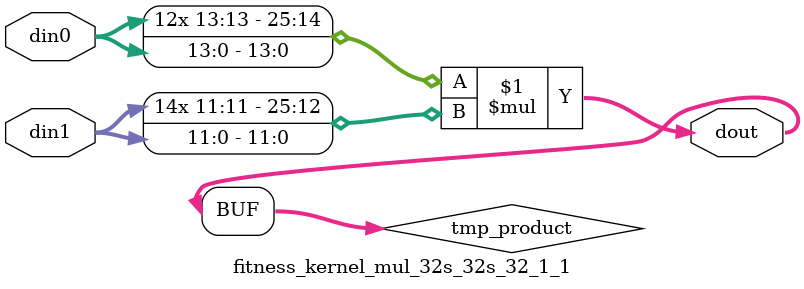
<source format=v>

`timescale 1 ns / 1 ps

 module fitness_kernel_mul_32s_32s_32_1_1(din0, din1, dout);
parameter ID = 1;
parameter NUM_STAGE = 0;
parameter din0_WIDTH = 14;
parameter din1_WIDTH = 12;
parameter dout_WIDTH = 26;

input [din0_WIDTH - 1 : 0] din0; 
input [din1_WIDTH - 1 : 0] din1; 
output [dout_WIDTH - 1 : 0] dout;

wire signed [dout_WIDTH - 1 : 0] tmp_product;



























assign tmp_product = $signed(din0) * $signed(din1);








assign dout = tmp_product;





















endmodule

</source>
